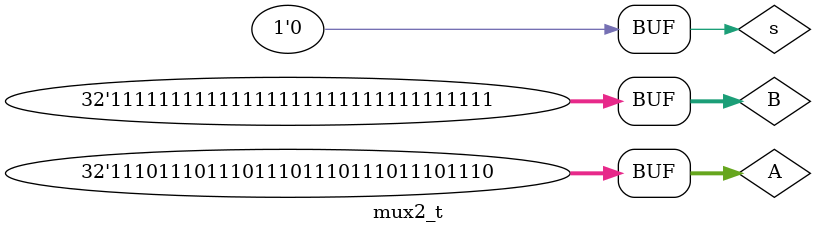
<source format=v>
module mux2_t;	
				reg [31:0] A;     //ÊäÈë
				reg [31:0] B;
				reg s;
				wire [31:0] Z;   //Êä³ö
				mux2 uut (	.A(A), .B(B), .Z(Z), .s(s));        //²âÊÔÄ£¿éÀý»¯
				initial begin
					A = 32'haaaaaaaa;       //Éú³É¼¤ÀøÐÅºÅ
					B = 32'hbbbbbbbb;
					s = 0;

					#10;                    //ÑÓ³Ù10ns
        				A = 32'hcccccccc;
					B = 32'hdddddddd;
					s = 0; 
        				#10;
					A = 32'haaaaaaaa;
					B = 32'hbbbbbbbb;
					s = 1;	
					#10;
        				A = 32'hcccccccc;
					B = 32'hdddddddd;
					s = 1; 
					#10;
        				A = 32'heeeeeeee;
					B = 32'hffffffff;
					s = 0;	
				end      
endmodule

</source>
